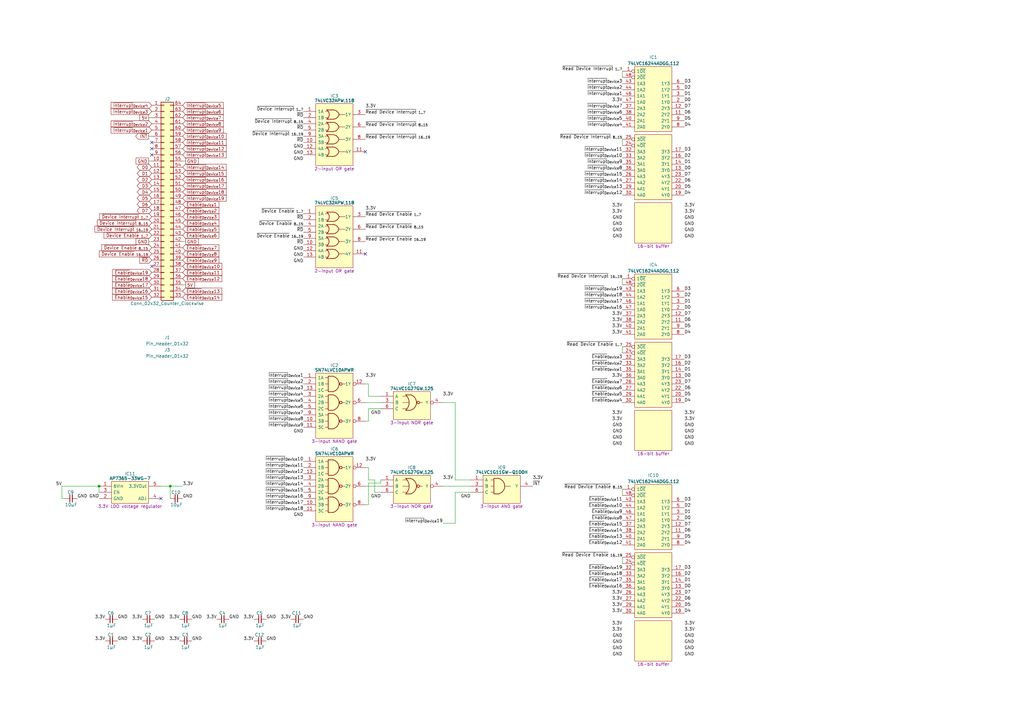
<source format=kicad_sch>
(kicad_sch (version 20231120) (generator "eeschema") (generator_version "8.0")
  (paper "A3")
  (title_block (title "HCP65 Device Interrupts Wide") (date "2024-08-12") (rev "V0"))
  (lib_symbols
    (symbol "Connector_Generic:Conn_02x32_Counter_Clockwise" (pin_names (offset 1.016) hide)
      (property "Reference" "J" (at 1.27 40.64 0))
      (property "Value" "Conn_02x32_Counter_Clockwise" (at 1.27 -43.18 0))
      (symbol "Conn_02x32_Counter_Clockwise_1_1"
        (pin passive line (at -5.08 38.1 0) (length 3.81) (name "Pin_1") (number "1"))
        (pin passive line (at -5.08 15.24 0) (length 3.81) (name "Pin_10") (number "10"))
        (pin passive line (at -5.08 12.7 0) (length 3.81) (name "Pin_11") (number "11"))
        (pin passive line (at -5.08 10.16 0) (length 3.81) (name "Pin_12") (number "12"))
        (pin passive line (at -5.08 7.62 0) (length 3.81) (name "Pin_13") (number "13"))
        (pin passive line (at -5.08 5.08 0) (length 3.81) (name "Pin_14") (number "14"))
        (pin passive line (at -5.08 2.54 0) (length 3.81) (name "Pin_15") (number "15"))
        (pin passive line (at -5.08 0 0) (length 3.81) (name "Pin_16") (number "16"))
        (pin passive line (at -5.08 -2.54 0) (length 3.81) (name "Pin_17") (number "17"))
        (pin passive line (at -5.08 -5.08 0) (length 3.81) (name "Pin_18") (number "18"))
        (pin passive line (at -5.08 -7.62 0) (length 3.81) (name "Pin_19") (number "19"))
        (pin passive line (at -5.08 35.56 0) (length 3.81) (name "Pin_2") (number "2"))
        (pin passive line (at -5.08 -10.16 0) (length 3.81) (name "Pin_20") (number "20"))
        (pin passive line (at -5.08 -12.7 0) (length 3.81) (name "Pin_21") (number "21"))
        (pin passive line (at -5.08 -15.24 0) (length 3.81) (name "Pin_22") (number "22"))
        (pin passive line (at -5.08 -17.78 0) (length 3.81) (name "Pin_23") (number "23"))
        (pin passive line (at -5.08 -20.32 0) (length 3.81) (name "Pin_24") (number "24"))
        (pin passive line (at -5.08 -22.86 0) (length 3.81) (name "Pin_25") (number "25"))
        (pin passive line (at -5.08 -25.4 0) (length 3.81) (name "Pin_26") (number "26"))
        (pin passive line (at -5.08 -27.94 0) (length 3.81) (name "Pin_27") (number "27"))
        (pin passive line (at -5.08 -30.48 0) (length 3.81) (name "Pin_28") (number "28"))
        (pin passive line (at -5.08 -33.02 0) (length 3.81) (name "Pin_29") (number "29"))
        (pin passive line (at -5.08 33.02 0) (length 3.81) (name "Pin_3") (number "3"))
        (pin passive line (at -5.08 -35.56 0) (length 3.81) (name "Pin_30") (number "30"))
        (pin passive line (at -5.08 -38.1 0) (length 3.81) (name "Pin_31") (number "31"))
        (pin passive line (at -5.08 -40.64 0) (length 3.81) (name "Pin_32") (number "32"))
        (pin passive line (at 7.62 -40.64 180) (length 3.81) (name "Pin_33") (number "33"))
        (pin passive line (at 7.62 -38.1 180) (length 3.81) (name "Pin_34") (number "34"))
        (pin passive line (at 7.62 -35.56 180) (length 3.81) (name "Pin_35") (number "35"))
        (pin passive line (at 7.62 -33.02 180) (length 3.81) (name "Pin_36") (number "36"))
        (pin passive line (at 7.62 -30.48 180) (length 3.81) (name "Pin_37") (number "37"))
        (pin passive line (at 7.62 -27.94 180) (length 3.81) (name "Pin_38") (number "38"))
        (pin passive line (at 7.62 -25.4 180) (length 3.81) (name "Pin_39") (number "39"))
        (pin passive line (at -5.08 30.48 0) (length 3.81) (name "Pin_4") (number "4"))
        (pin passive line (at 7.62 -22.86 180) (length 3.81) (name "Pin_40") (number "40"))
        (pin passive line (at 7.62 -20.32 180) (length 3.81) (name "Pin_41") (number "41"))
        (pin passive line (at 7.62 -17.78 180) (length 3.81) (name "Pin_42") (number "42"))
        (pin passive line (at 7.62 -15.24 180) (length 3.81) (name "Pin_43") (number "43"))
        (pin passive line (at 7.62 -12.7 180) (length 3.81) (name "Pin_44") (number "44"))
        (pin passive line (at 7.62 -10.16 180) (length 3.81) (name "Pin_45") (number "45"))
        (pin passive line (at 7.62 -7.62 180) (length 3.81) (name "Pin_46") (number "46"))
        (pin passive line (at 7.62 -5.08 180) (length 3.81) (name "Pin_47") (number "47"))
        (pin passive line (at 7.62 -2.54 180) (length 3.81) (name "Pin_48") (number "48"))
        (pin passive line (at 7.62 0 180) (length 3.81) (name "Pin_49") (number "49"))
        (pin passive line (at -5.08 27.94 0) (length 3.81) (name "Pin_5") (number "5"))
        (pin passive line (at 7.62 2.54 180) (length 3.81) (name "Pin_50") (number "50"))
        (pin passive line (at 7.62 5.08 180) (length 3.81) (name "Pin_51") (number "51"))
        (pin passive line (at 7.62 7.62 180) (length 3.81) (name "Pin_52") (number "52"))
        (pin passive line (at 7.62 10.16 180) (length 3.81) (name "Pin_53") (number "53"))
        (pin passive line (at 7.62 12.7 180) (length 3.81) (name "Pin_54") (number "54"))
        (pin passive line (at 7.62 15.24 180) (length 3.81) (name "Pin_55") (number "55"))
        (pin passive line (at 7.62 17.78 180) (length 3.81) (name "Pin_56") (number "56"))
        (pin passive line (at 7.62 20.32 180) (length 3.81) (name "Pin_57") (number "57"))
        (pin passive line (at 7.62 22.86 180) (length 3.81) (name "Pin_58") (number "58"))
        (pin passive line (at 7.62 25.4 180) (length 3.81) (name "Pin_59") (number "59"))
        (pin passive line (at -5.08 25.4 0) (length 3.81) (name "Pin_6") (number "6"))
        (pin passive line (at 7.62 27.94 180) (length 3.81) (name "Pin_60") (number "60"))
        (pin passive line (at 7.62 30.48 180) (length 3.81) (name "Pin_61") (number "61"))
        (pin passive line (at 7.62 33.02 180) (length 3.81) (name "Pin_62") (number "62"))
        (pin passive line (at 7.62 35.56 180) (length 3.81) (name "Pin_63") (number "63"))
        (pin passive line (at 7.62 38.1 180) (length 3.81) (name "Pin_64") (number "64"))
        (pin passive line (at -5.08 22.86 0) (length 3.81) (name "Pin_7") (number "7"))
        (pin passive line (at -5.08 20.32 0) (length 3.81) (name "Pin_8") (number "8"))
        (pin passive line (at -5.08 17.78 0) (length 3.81) (name "Pin_9") (number "9"))
      )
    )
    (symbol "Diodes_Inc:AP7365-33WG-7" (pin_names (offset 0.762))
      (property "Reference" "IC" (at 12.7 5.08 0))
      (property "Value" "AP7365-33WG-7" (at 12.7 3.175 0))
      (property "Description" "3.3V LDO voltage regulator" (at 12.7 -8.255 0))
      (symbol "AP7365-33WG-7_0_0"
        (pin passive line (at 0 -5.08 0) (length 5.08) (name "GND") (number "2"))
        (pin input line (at 0 -2.54 0) (length 5.08) (name "EN") (number "3"))
        (pin passive line (at 25.4 -5.08 180) (length 5.08) (name "ADJ") (number "4"))
      )
      (symbol "AP7365-33WG-7_1_0"
        (pin passive line (at 0 0 0) (length 5.08) (name "6VIn") (number "1"))
        (pin passive line (at 25.4 0 180) (length 5.08) (name "3.3VOut") (number "5"))
      )
    )
    (symbol "HCP65:C_0805" (pin_numbers hide) (pin_names (offset 0.254) hide)
      (property "Reference" "C" (at 2.286 2.54 0))
      (property "Value" "?μF" (at 2.54 -2.54 0))
      (symbol "C_0805_1_1"
        (pin passive line (at 0 0 0) (length 2.032) (name "~") (number "1"))
        (pin passive line (at 5.08 0 180) (length 2.032) (name "~") (number "2"))
      )
    )
    (symbol "HCP65:Pin_Header_01x32" (pin_names (offset 1.016) hide)
      (property "Reference" "J" (at 0 1.27 0))
      (property "Value" "Pin_Header_01x32" (at 0 -1.27 0))
    )
    (symbol "Nexperia:74LVC16244ADGG,112" (pin_names (offset 0.762))
      (property "Reference" "IC" (at 12.7 5.715 0))
      (property "Value" "74LVC16244ADGG,112" (at 12.7 3.175 0))
      (property "Description" "16-bit buffer" (at 12.7 -71.755 0))
      (symbol "74LVC16244ADGG,112_0_0"
        (pin input inverted (at 0 0 0) (length 5.08) (name "1~{OE}") (number "1"))
        (pin tri_state line (at 25.4 -17.78 180) (length 5.08) (name "2Y2") (number "11"))
        (pin tri_state line (at 25.4 -15.24 180) (length 5.08) (name "2Y3") (number "12"))
        (pin tri_state line (at 25.4 -40.64 180) (length 5.08) (name "3Y0") (number "13"))
        (pin tri_state line (at 25.4 -38.1 180) (length 5.08) (name "3Y1") (number "14"))
        (pin tri_state line (at 25.4 -35.56 180) (length 5.08) (name "3Y2") (number "16"))
        (pin tri_state line (at 25.4 -50.8 180) (length 5.08) (name "4Y0") (number "19"))
        (pin tri_state line (at 25.4 -12.7 180) (length 5.08) (name "1Y0") (number "2"))
        (pin tri_state line (at 25.4 -48.26 180) (length 5.08) (name "4Y1") (number "20"))
        (pin tri_state line (at 25.4 -45.72 180) (length 5.08) (name "4Y2") (number "22"))
        (pin tri_state line (at 25.4 -43.18 180) (length 5.08) (name "4Y3") (number "23"))
        (pin input inverted (at 0 -30.48 0) (length 5.08) (name "4~{OE}") (number "24"))
        (pin input inverted (at 0 -27.94 0) (length 5.08) (name "3~{OE}") (number "25"))
        (pin input line (at 0 -43.18 0) (length 5.08) (name "4A3") (number "26"))
        (pin input line (at 0 -45.72 0) (length 5.08) (name "4A2") (number "27"))
        (pin input line (at 0 -48.26 0) (length 5.08) (name "4A1") (number "29"))
        (pin tri_state line (at 25.4 -10.16 180) (length 5.08) (name "1Y1") (number "3"))
        (pin input line (at 0 -50.8 0) (length 5.08) (name "4A0") (number "30"))
        (pin input line (at 0 -33.02 0) (length 5.08) (name "3A3") (number "32"))
        (pin input line (at 0 -35.56 0) (length 5.08) (name "3A2") (number "33"))
        (pin input line (at 0 -38.1 0) (length 5.08) (name "3A1") (number "35"))
        (pin input line (at 0 -40.64 0) (length 5.08) (name "3A0") (number "36"))
        (pin input line (at 0 -15.24 0) (length 5.08) (name "2A3") (number "37"))
        (pin input line (at 0 -17.78 0) (length 5.08) (name "2A2") (number "38"))
        (pin input line (at 0 -20.32 0) (length 5.08) (name "2A1") (number "40"))
        (pin input line (at 0 -5.08 0) (length 5.08) (name "1A3") (number "43"))
        (pin input line (at 0 -7.62 0) (length 5.08) (name "1A2") (number "44"))
        (pin input line (at 0 -10.16 0) (length 5.08) (name "1A1") (number "46"))
        (pin input line (at 0 -12.7 0) (length 5.08) (name "1A0") (number "47"))
        (pin input inverted (at 0 -2.54 0) (length 5.08) (name "2~{OE}") (number "48"))
        (pin tri_state line (at 25.4 -7.62 180) (length 5.08) (name "1Y2") (number "5"))
        (pin tri_state line (at 25.4 -5.08 180) (length 5.08) (name "1Y3") (number "6"))
        (pin tri_state line (at 25.4 -22.86 180) (length 5.08) (name "2Y0") (number "8"))
        (pin tri_state line (at 25.4 -20.32 180) (length 5.08) (name "2Y1") (number "9"))
      )
      (symbol "74LVC16244ADGG,112_1_0"
        (pin passive line (at 0 -63.5 0) (length 5.08) hide (name "GND") (number "10"))
        (pin passive line (at 0 -66.04 0) (length 5.08) hide (name "GND") (number "15"))
        (pin tri_state line (at 25.4 -33.02 180) (length 5.08) (name "3Y3") (number "17"))
        (pin passive line (at 0 -58.42 0) (length 5.08) hide (name "3V") (number "18"))
        (pin passive line (at 0 -68.58 0) (length 5.08) hide (name "GND") (number "21"))
        (pin passive line (at 25.4 -68.58 180) (length 5.08) hide (name "GND") (number "28"))
        (pin passive line (at 25.4 -58.42 180) (length 5.08) hide (name "3V") (number "31"))
        (pin passive line (at 25.4 -66.04 180) (length 5.08) hide (name "GND") (number "34"))
        (pin passive line (at 25.4 -63.5 180) (length 5.08) hide (name "GND") (number "39"))
        (pin passive line (at 0 -60.96 0) (length 5.08) hide (name "GND") (number "4"))
        (pin input line (at 0 -22.86 0) (length 5.08) (name "2A0") (number "41"))
        (pin passive line (at 25.4 -55.88 180) (length 5.08) hide (name "3V") (number "42"))
        (pin passive line (at 25.4 -60.96 180) (length 5.08) hide (name "GND") (number "45"))
        (pin passive line (at 0 -55.88 0) (length 5.08) hide (name "3V") (number "7"))
      )
    )
    (symbol "Nexperia:74LVC1G11GW-Q100H" (pin_names (offset 0.762))
      (property "Reference" "IC" (at 12.7 5.08 0))
      (property "Value" "74LVC1G11GW-Q100H" (at 12.7 3.175 0))
      (property "Description" "3-input AND gate" (at 12.7 -10.795 0))
      (symbol "74LVC1G11GW-Q100H_0_0"
        (pin input line (at 0 0 0) (length 5.08) (name "A") (number "1"))
        (pin input line (at 0 -2.54 0) (length 5.08) (name "B") (number "3"))
        (pin output line (at 25.4 -2.54 180) (length 5.08) (name "Y") (number "4"))
        (pin input line (at 0 -5.08 0) (length 5.08) (name "C") (number "6"))
      )
      (symbol "74LVC1G11GW-Q100H_1_0"
        (pin passive line (at 0 -7.62 0) (length 5.08) hide (name "GND") (number "2"))
        (pin passive line (at 25.4 0 180) (length 5.08) hide (name "3V") (number "5"))
      )
    )
    (symbol "Nexperia:74LVC1G27GW,125" (pin_names (offset 0.762))
      (property "Reference" "IC" (at 12.7 5.08 0))
      (property "Value" "74LVC1G27GW,125" (at 12.7 3.175 0))
      (property "Description" "3-input NOR gate" (at 12.7 -10.795 0))
      (symbol "74LVC1G27GW,125_0_0"
        (pin input line (at 0 0 0) (length 5.08) (name "A") (number "1"))
        (pin passive line (at 0 -7.62 0) (length 5.08) hide (name "GND") (number "2"))
        (pin input line (at 0 -2.54 0) (length 5.08) (name "B") (number "3"))
        (pin passive line (at 25.4 0 180) (length 5.08) hide (name "3V") (number "5"))
        (pin input line (at 0 -5.08 0) (length 5.08) (name "C") (number "6"))
      )
      (symbol "74LVC1G27GW,125_1_0"
        (pin output inverted (at 25.4 -2.54 180) (length 5.08) (name "Y") (number "4"))
      )
    )
    (symbol "Nexperia:74LVC32APW,118" (pin_names (offset 0.762))
      (property "Reference" "IC" (at 12.7 6.35 0))
      (property "Value" "74LVC32APW,118" (at 12.7 4.445 0))
      (property "Description" "2-input OR gate" (at 12.7 -23.495 0))
      (symbol "74LVC32APW,118_0_0"
        (pin passive line (at 0 0 0) (length 5.08) (name "1A") (number "1"))
        (pin passive line (at 0 -12.7 0) (length 5.08) (name "3B") (number "10"))
        (pin passive line (at 25.4 -16.51 180) (length 5.08) (name "4Y") (number "11"))
        (pin passive line (at 0 -15.24 0) (length 5.08) (name "4A") (number "12"))
        (pin passive line (at 0 -17.78 0) (length 5.08) (name "4B") (number "13"))
        (pin passive line (at 25.4 1.27 180) (length 5.08) hide (name "3V") (number "14"))
        (pin passive line (at 0 -2.54 0) (length 5.08) (name "1B") (number "2"))
        (pin passive line (at 25.4 -1.27 180) (length 5.08) (name "1Y") (number "3"))
        (pin passive line (at 0 -5.08 0) (length 5.08) (name "2A") (number "4"))
        (pin passive line (at 0 -7.62 0) (length 5.08) (name "2B") (number "5"))
        (pin passive line (at 25.4 -6.35 180) (length 5.08) (name "2Y") (number "6"))
        (pin passive line (at 0 -20.32 0) (length 5.08) hide (name "GND") (number "7"))
        (pin passive line (at 25.4 -11.43 180) (length 5.08) (name "3Y") (number "8"))
        (pin passive line (at 0 -10.16 0) (length 5.08) (name "3A") (number "9"))
      )
    )
    (symbol "Texas_Instruments:SN74LVC10APWR" (pin_names (offset 0.762))
      (property "Reference" "IC" (at 12.7 5.08 0))
      (property "Value" "SN74LVC10APWR" (at 12.7 3.175 0))
      (property "Description" "3-input NAND gate" (at 12.7 -26.035 0))
      (symbol "SN74LVC10APWR_0_0"
        (pin input line (at 0 0 0) (length 5.08) (name "1A") (number "1"))
        (pin input line (at 0 -17.78 0) (length 5.08) (name "3B") (number "10"))
        (pin input line (at 0 -20.32 0) (length 5.08) (name "3C") (number "11"))
        (pin input line (at 0 -5.08 0) (length 5.08) (name "1C") (number "13"))
        (pin input line (at 0 -2.54 0) (length 5.08) (name "1B") (number "2"))
        (pin input line (at 0 -7.62 0) (length 5.08) (name "2A") (number "3"))
        (pin input line (at 0 -10.16 0) (length 5.08) (name "2B") (number "4"))
        (pin input line (at 0 -12.7 0) (length 5.08) (name "2C") (number "5"))
        (pin input line (at 0 -15.24 0) (length 5.08) (name "3A") (number "9"))
      )
      (symbol "SN74LVC10APWR_1_0"
        (pin output inverted (at 25.4 -2.54 180) (length 5.08) (name "1Y") (number "12"))
        (pin passive line (at 25.4 0 180) (length 5.08) hide (name "3V") (number "14"))
        (pin output inverted (at 25.4 -10.16 180) (length 5.08) (name "2Y") (number "6"))
        (pin passive line (at 0 -22.86 0) (length 5.08) hide (name "GND") (number "7"))
        (pin output inverted (at 25.4 -17.78 180) (length 5.08) (name "3Y") (number "8"))
      )
    )
  )
  (junction (at 69.85 199.39))
  (junction (at 40.64 199.39))
  (no_connect (at 149.86 104.14))
  (no_connect (at 62.23 58.42))
  (no_connect (at 62.23 63.5))
  (no_connect (at 62.23 109.22))
  (no_connect (at 62.23 60.96))
  (no_connect (at 66.04 204.47))
  (no_connect (at 149.86 62.23))
  (wire (pts (xy 181.61 214.63) (xy 186.69 214.63)))
  (wire (pts (xy 151.13 162.56) (xy 156.21 162.56)))
  (wire (pts (xy 151.13 196.85) (xy 153.67 196.85)))
  (wire (pts (xy 151.13 157.48) (xy 151.13 162.56)))
  (wire (pts (xy 60.96 66.04) (xy 62.23 66.04)))
  (wire (pts (xy 153.67 196.85) (xy 153.67 201.93)))
  (wire (pts (xy 76.2 66.04) (xy 74.93 66.04)))
  (wire (pts (xy 40.64 199.39) (xy 40.64 201.93)))
  (wire (pts (xy 255.27 114.3) (xy 255.27 116.84)))
  (wire (pts (xy 255.27 200.66) (xy 255.27 203.2)))
  (wire (pts (xy 149.86 165.1) (xy 156.21 165.1)))
  (wire (pts (xy 186.69 196.85) (xy 193.04 196.85)))
  (wire (pts (xy 25.4 199.39) (xy 25.4 204.47)))
  (wire (pts (xy 186.69 201.93) (xy 186.69 214.63)))
  (wire (pts (xy 76.2 116.84) (xy 74.93 116.84)))
  (wire (pts (xy 255.27 57.15) (xy 255.27 59.69)))
  (wire (pts (xy 76.2 99.06) (xy 74.93 99.06)))
  (wire (pts (xy 151.13 172.72) (xy 149.86 172.72)))
  (wire (pts (xy 66.04 199.39) (xy 69.85 199.39)))
  (wire (pts (xy 60.96 55.88) (xy 62.23 55.88)))
  (wire (pts (xy 69.85 204.47) (xy 69.85 199.39)))
  (wire (pts (xy 149.86 199.39) (xy 156.21 199.39)))
  (wire (pts (xy 255.27 142.24) (xy 255.27 144.78)))
  (wire (pts (xy 181.61 165.1) (xy 186.69 165.1)))
  (wire (pts (xy 60.96 99.06) (xy 62.23 99.06)))
  (wire (pts (xy 151.13 167.64) (xy 151.13 172.72)))
  (wire (pts (xy 151.13 191.77) (xy 151.13 196.85)))
  (wire (pts (xy 153.67 201.93) (xy 156.21 201.93)))
  (wire (pts (xy 149.86 191.77) (xy 151.13 191.77)))
  (wire (pts (xy 186.69 201.93) (xy 193.04 201.93)))
  (wire (pts (xy 255.27 228.6) (xy 255.27 231.14)))
  (wire (pts (xy 186.69 165.1) (xy 186.69 196.85)))
  (wire (pts (xy 156.21 167.64) (xy 151.13 167.64)))
  (wire (pts (xy 151.13 207.01) (xy 149.86 207.01)))
  (wire (pts (xy 151.13 198.12) (xy 151.13 207.01)))
  (wire (pts (xy 181.61 199.39) (xy 193.04 199.39)))
  (wire (pts (xy 255.27 29.21) (xy 255.27 31.75)))
  (wire (pts (xy 25.4 199.39) (xy 40.64 199.39)))
  (wire (pts (xy 149.86 157.48) (xy 151.13 157.48)))
  (wire (pts (xy 69.85 199.39) (xy 74.93 199.39)))
  (wire (pts (xy 25.4 204.47) (xy 26.67 204.47)))
  (wire (pts (xy 60.96 48.26) (xy 62.23 48.26)))
  (wire (pts (xy 156.21 196.85) (xy 156.21 198.12)))
  (wire (pts (xy 156.21 198.12) (xy 151.13 198.12)))
  (label "GND" (at 31.75 204.47 0))
  (label "GND" (at 255.27 92.71 180))
  (label "3.3V" (at 73.66 262.89 180))
  (label "~{Read Device Enable}_{ 8..15}" (at 149.86 93.98 0))
  (label "GND" (at 109.22 254 0))
  (label "~{Interrupt}_{Device}6" (at 124.46 167.64 180))
  (label "~{Enable}_{Device}2" (at 255.27 149.86 180))
  (label "GND" (at 255.27 95.25 180))
  (label "GND" (at 255.27 261.62 180))
  (label "GND" (at 124.46 212.09 180))
  (label "~{Interrupt}_{Device}3" (at 255.27 34.29 180))
  (label "3.3V" (at 255.27 248.92 180))
  (label "~{Read Device Enable}_{ 8..15}" (at 255.27 200.66 180))
  (label "D0" (at 280.67 213.36 0))
  (label "GND" (at 280.67 95.25 0))
  (label "GND" (at 255.27 180.34 180))
  (label "3.3V" (at 43.18 262.89 180))
  (label "3.3V" (at 255.27 154.94 180))
  (label "~{Enable}_{Device}19" (at 255.27 233.68 180))
  (label "~{Interrupt}_{Device}14" (at 255.27 74.93 180))
  (label "3.3V" (at 280.67 172.72 0))
  (label "GND" (at 255.27 175.26 180))
  (label "GND" (at 93.98 254 0))
  (label "~{Enable}_{Device}1" (at 255.27 152.4 180))
  (label "~{Enable}_{Device}5" (at 255.27 162.56 180))
  (label "D0" (at 280.67 69.85 0))
  (label "~{Interrupt}_{Device}17" (at 124.46 207.01 180))
  (label "D5" (at 280.67 49.53 0))
  (label "GND" (at 124.46 254 0))
  (label "GND" (at 255.27 177.8 180))
  (label "3.3V" (at 73.66 254 180))
  (label "~{Interrupt}_{Device}2" (at 255.27 36.83 180))
  (label "GND" (at 255.27 182.88 180))
  (label "~{Interrupt}_{Device}5" (at 255.27 49.53 180))
  (label "~{Interrupt}_{Device}8" (at 124.46 172.72 180))
  (label "~{Read Device Interrupt}_{ 8..15}" (at 255.27 57.15 180))
  (label "D5" (at 280.67 134.62 0))
  (label "GND" (at 280.67 90.17 0))
  (label "D6" (at 280.67 246.38 0))
  (label "3.3V" (at 255.27 251.46 180))
  (label "3.3V" (at 255.27 172.72 180))
  (label "D6" (at 280.67 160.02 0))
  (label "~{Enable}_{Device}12" (at 255.27 223.52 180))
  (label "~{Interrupt}_{Device}11" (at 255.27 62.23 180))
  (label "3.3V" (at 255.27 259.08 180))
  (label "D6" (at 280.67 132.08 0))
  (label "~{Enable}_{Device}10" (at 255.27 208.28 180))
  (label "3.3V" (at 149.86 86.36 0))
  (label "~{Device Interrupt}_{ 16..19}" (at 124.46 55.88 180))
  (label "D4" (at 280.67 137.16 0))
  (label "~{Interrupt}_{Device}6" (at 255.27 46.99 180))
  (label "3.3V" (at 255.27 170.18 180))
  (label "~{Interrupt}_{Device}8" (at 255.27 69.85 180))
  (label "~{Interrupt}_{Device}13" (at 124.46 196.85 180))
  (label "~{Interrupt}_{Device}16" (at 255.27 127 180))
  (label "GND" (at 124.46 105.41 180))
  (label "3.3V" (at 280.67 85.09 0))
  (label "GND" (at 280.67 269.24 0))
  (label "D3" (at 280.67 233.68 0))
  (label "D5" (at 280.67 248.92 0))
  (label "~{Interrupt}_{Device}3" (at 124.46 160.02 180))
  (label "~{INT}" (at 218.44 199.39 0))
  (label "~{Read Device Enable}_{ 1..7}" (at 149.86 88.9 0))
  (label "3.3V" (at 280.67 87.63 0))
  (label "~{Enable}_{Device}7" (at 255.27 157.48 180))
  (label "~{Enable}_{Device}13" (at 255.27 220.98 180))
  (label "3.3V" (at 255.27 243.84 180))
  (label "~{Interrupt}_{Device}12" (at 255.27 80.01 180))
  (label "3.3V" (at 149.86 189.23 0))
  (label "GND" (at 280.67 175.26 0))
  (label "~{Enable}_{Device}8" (at 255.27 213.36 180))
  (label "GND" (at 280.67 180.34 0))
  (label "~{Read Device Interrupt}_{ 16..19}" (at 255.27 114.3 180))
  (label "~{Device Enable}_{ 1..7}" (at 124.46 87.63 180))
  (label "~{Read Device Interrupt}_{ 16..19}" (at 149.86 57.15 0))
  (label "3.3V" (at 255.27 132.08 180))
  (label "GND" (at 124.46 107.95 180))
  (label "~{Interrupt}_{Device}19" (at 255.27 119.38 180))
  (label "~{Interrupt}_{Device}18" (at 255.27 121.92 180))
  (label "~{Enable}_{Device}9" (at 255.27 210.82 180))
  (label "~{Interrupt}_{Device}19" (at 181.61 214.63 180))
  (label "3.3V" (at 58.42 254 180))
  (label "GND" (at 124.46 102.87 180))
  (label "D4" (at 280.67 251.46 0))
  (label "~{Read Device Enable}_{ 1..7}" (at 255.27 142.24 180))
  (label "~{Interrupt}_{Device}17" (at 255.27 124.46 180))
  (label "~{Interrupt}_{Device}1" (at 124.46 154.94 180))
  (label "~{Enable}_{Device}14" (at 255.27 218.44 180))
  (label "D5" (at 280.67 77.47 0))
  (label "~{RD}" (at 124.46 48.26 180))
  (label "3.3V" (at 255.27 134.62 180))
  (label "D1" (at 280.67 67.31 0))
  (label "D2" (at 280.67 64.77 0))
  (label "~{Enable}_{Device}6" (at 255.27 160.02 180))
  (label "D5" (at 280.67 162.56 0))
  (label "~{Read Device Interrupt}_{ 8..15}" (at 149.86 52.07 0))
  (label "~{Enable}_{Device}11" (at 255.27 205.74 180))
  (label "3.3V" (at 74.93 199.39 0))
  (label "~{Interrupt}_{Device}10" (at 255.27 64.77 180))
  (label "D0" (at 280.67 154.94 0))
  (label "~{Read Device Enable}_{ 16..19}" (at 255.27 228.6 180))
  (label "3.3V" (at 255.27 41.91 180))
  (label "GND" (at 280.67 177.8 0))
  (label "~{Interrupt}_{Device}9" (at 255.27 67.31 180))
  (label "D0" (at 280.67 241.3 0))
  (label "D3" (at 280.67 119.38 0))
  (label "D0" (at 280.67 41.91 0))
  (label "GND" (at 156.21 170.18 180))
  (label "~{Interrupt}_{Device}10" (at 124.46 189.23 180))
  (label "3.3V" (at 255.27 87.63 180))
  (label "GND" (at 124.46 66.04 180))
  (label "D1" (at 280.67 39.37 0))
  (label "D2" (at 280.67 236.22 0))
  (label "~{Interrupt}_{Device}15" (at 255.27 72.39 180))
  (label "GND" (at 109.22 262.89 0))
  (label "D2" (at 280.67 36.83 0))
  (label "~{Interrupt}_{Device}16" (at 124.46 204.47 180))
  (label "~{Interrupt}_{Device}11" (at 124.46 191.77 180))
  (label "3.3V" (at 43.18 254 180))
  (label "3.3V" (at 58.42 262.89 180))
  (label "3.3V" (at 280.67 259.08 0))
  (label "GND" (at 78.74 254 0))
  (label "D4" (at 280.67 80.01 0))
  (label "5V" (at 25.4 199.39 180))
  (label "GND" (at 193.04 204.47 180))
  (label "~{Device Enable}_{ 16..19}" (at 124.46 97.79 180))
  (label "~{Read Device Interrupt}_{ 1..7}" (at 149.86 46.99 0))
  (label "D3" (at 280.67 205.74 0))
  (label "~{Device Enable}_{ 8..15}" (at 124.46 92.71 180))
  (label "3.3V" (at 104.14 254 180))
  (label "~{Interrupt}_{Device}15" (at 124.46 201.93 180))
  (label "D7" (at 280.67 215.9 0))
  (label "D3" (at 280.67 62.23 0))
  (label "~{Interrupt}_{Device}4" (at 124.46 162.56 180))
  (label "~{Enable}_{Device}3" (at 255.27 147.32 180))
  (label "~{Enable}_{Device}17" (at 255.27 238.76 180))
  (label "~{Device Interrupt}_{ 8..15}" (at 124.46 50.8 180))
  (label "~{Interrupt}_{Device}14" (at 124.46 199.39 180))
  (label "D4" (at 280.67 165.1 0))
  (label "~{Interrupt}_{Device}13" (at 255.27 77.47 180))
  (label "GND" (at 48.26 254 0))
  (label "D0" (at 280.67 127 0))
  (label "GND" (at 124.46 177.8 180))
  (label "D6" (at 280.67 218.44 0))
  (label "D7" (at 280.67 129.54 0))
  (label "D6" (at 280.67 74.93 0))
  (label "~{Device Interrupt}_{ 1..7}" (at 124.46 45.72 180))
  (label "D2" (at 280.67 149.86 0))
  (label "3.3V" (at 255.27 129.54 180))
  (label "3.3V" (at 104.14 262.89 180))
  (label "~{Interrupt}_{Device}1" (at 255.27 39.37 180))
  (label "GND" (at 124.46 63.5 180))
  (label "GND" (at 255.27 97.79 180))
  (label "3.3V" (at 255.27 246.38 180))
  (label "~{RD}" (at 124.46 53.34 180))
  (label "D2" (at 280.67 121.92 0))
  (label "~{Read Device Interrupt}_{ 1..7}" (at 255.27 29.21 180))
  (label "~{Enable}_{Device}4" (at 255.27 165.1 180))
  (label "D1" (at 280.67 238.76 0))
  (label "D3" (at 280.67 147.32 0))
  (label "GND" (at 156.21 204.47 180))
  (label "D1" (at 280.67 210.82 0))
  (label "~{Interrupt}_{Device}4" (at 255.27 52.07 180))
  (label "GND" (at 280.67 261.62 0))
  (label "GND" (at 280.67 264.16 0))
  (label "3.3V" (at 119.38 254 180))
  (label "GND" (at 255.27 264.16 180))
  (label "D7" (at 280.67 243.84 0))
  (label "D3" (at 280.67 34.29 0))
  (label "GND" (at 48.26 262.89 0))
  (label "3.3V" (at 218.44 196.85 0))
  (label "D6" (at 280.67 46.99 0))
  (label "~{RD}" (at 124.46 95.25 180))
  (label "GND" (at 280.67 97.79 0))
  (label "D4" (at 280.67 52.07 0))
  (label "3.3V" (at 88.9 254 180))
  (label "~{Interrupt}_{Device}18" (at 124.46 209.55 180))
  (label "GND" (at 280.67 182.88 0))
  (label "D1" (at 280.67 152.4 0))
  (label "3.3V" (at 280.67 256.54 0))
  (label "D1" (at 280.67 124.46 0))
  (label "3.3V" (at 255.27 85.09 180))
  (label "GND" (at 255.27 269.24 180))
  (label "~{Interrupt}_{Device}12" (at 124.46 194.31 180))
  (label "3.3V" (at 280.67 170.18 0))
  (label "D7" (at 280.67 44.45 0))
  (label "~{RD}" (at 124.46 58.42 180))
  (label "GND" (at 63.5 262.89 0))
  (label "D4" (at 280.67 223.52 0))
  (label "D2" (at 280.67 208.28 0))
  (label "GND" (at 255.27 90.17 180))
  (label "3.3V" (at 181.61 196.85 0))
  (label "GND" (at 74.93 204.47 0))
  (label "D5" (at 280.67 220.98 0))
  (label "~{Interrupt}_{Device}5" (at 124.46 165.1 180))
  (label "~{RD}" (at 124.46 90.17 180))
  (label "GND" (at 40.64 204.47 180))
  (label "~{Read Device Enable}_{ 16..19}" (at 149.86 99.06 0))
  (label "3.3V" (at 149.86 154.94 0))
  (label "3.3V" (at 255.27 137.16 180))
  (label "GND" (at 63.5 254 0))
  (label "GND" (at 124.46 60.96 180))
  (label "3.3V" (at 255.27 256.54 180))
  (label "~{Enable}_{Device}15" (at 255.27 215.9 180))
  (label "~{Interrupt}_{Device}2" (at 124.46 157.48 180))
  (label "~{Interrupt}_{Device}7" (at 124.46 170.18 180))
  (label "D7" (at 280.67 157.48 0))
  (label "GND" (at 78.74 262.89 0))
  (label "GND" (at 255.27 266.7 180))
  (label "~{Interrupt}_{Device}7" (at 255.27 44.45 180))
  (label "GND" (at 280.67 92.71 0))
  (label "~{RD}" (at 124.46 100.33 180))
  (label "~{Enable}_{Device}18" (at 255.27 236.22 180))
  (label "3.3V" (at 181.61 162.56 0))
  (label "~{Enable}_{Device}16" (at 255.27 241.3 180))
  (label "3.3V" (at 149.86 44.45 0))
  (label "GND" (at 280.67 266.7 0))
  (label "D7" (at 280.67 72.39 0))
  (label "~{Interrupt}_{Device}9" (at 124.46 175.26 180))
  (global_label "~{Interrupt}_{Device}6" (shape input) (at 74.93 45.72 0) (property "Intersheetrefs" "${INTERSHEET_REFS}" (effects (hide yes))))
  (global_label "~{Interrupt}_{Device}18" (shape input) (at 74.93 78.74 0) (property "Intersheetrefs" "${INTERSHEET_REFS}" (effects (hide yes))))
  (global_label "~{Enable}_{Device}13" (shape input) (at 74.93 119.38 0) (property "Intersheetrefs" "${INTERSHEET_REFS}" (effects (hide yes))))
  (global_label "~{Device Interrupt}_{ 8..15}" (shape input) (at 62.23 91.44 180) (property "Intersheetrefs" "${INTERSHEET_REFS}" (effects (hide yes))))
  (global_label "~{Enable}_{Device}9" (shape input) (at 74.93 106.68 0) (property "Intersheetrefs" "${INTERSHEET_REFS}" (effects (hide yes))))
  (global_label "~{Interrupt}_{Device}16" (shape input) (at 74.93 73.66 0) (property "Intersheetrefs" "${INTERSHEET_REFS}" (effects (hide yes))))
  (global_label "5V" (shape passive) (at 76.2 116.84 0) (property "Intersheetrefs" "${INTERSHEET_REFS}" (effects (hide yes))))
  (global_label "~{Interrupt}_{Device}15" (shape input) (at 74.93 71.12 0) (property "Intersheetrefs" "${INTERSHEET_REFS}" (effects (hide yes))))
  (global_label "GND" (shape passive) (at 76.2 66.04 0) (property "Intersheetrefs" "${INTERSHEET_REFS}" (effects (hide yes))))
  (global_label "~{Enable}_{Device}2" (shape input) (at 74.93 86.36 0) (property "Intersheetrefs" "${INTERSHEET_REFS}" (effects (hide yes))))
  (global_label "~{Interrupt}_{Device}3" (shape input) (at 62.23 45.72 180) (property "Intersheetrefs" "${INTERSHEET_REFS}" (effects (hide yes))))
  (global_label "~{Enable}_{Device}19" (shape input) (at 62.23 111.76 180) (property "Intersheetrefs" "${INTERSHEET_REFS}" (effects (hide yes))))
  (global_label "~{Device Interrupt}_{ 1..7}" (shape input) (at 62.23 88.9 180) (property "Intersheetrefs" "${INTERSHEET_REFS}" (effects (hide yes))))
  (global_label "~{Interrupt}_{Device}12" (shape input) (at 74.93 60.96 0) (property "Intersheetrefs" "${INTERSHEET_REFS}" (effects (hide yes))))
  (global_label "~{Device Interrupt}_{ 16..19}" (shape input) (at 62.23 93.98 180) (property "Intersheetrefs" "${INTERSHEET_REFS}" (effects (hide yes))))
  (global_label "~{Interrupt}_{Device}4" (shape input) (at 62.23 43.18 180) (property "Intersheetrefs" "${INTERSHEET_REFS}" (effects (hide yes))))
  (global_label "~{Interrupt}_{Device}17" (shape input) (at 74.93 76.2 0) (property "Intersheetrefs" "${INTERSHEET_REFS}" (effects (hide yes))))
  (global_label "~{Enable}_{Device}3" (shape input) (at 74.93 88.9 0) (property "Intersheetrefs" "${INTERSHEET_REFS}" (effects (hide yes))))
  (global_label "~{Device Enable}_{ 1..7}" (shape input) (at 62.23 96.52 180) (property "Intersheetrefs" "${INTERSHEET_REFS}" (effects (hide yes))))
  (global_label "D3" (shape tri_state) (at 62.23 76.2 180) (property "Intersheetrefs" "${INTERSHEET_REFS}" (effects (hide yes))))
  (global_label "~{Interrupt}_{Device}8" (shape input) (at 74.93 50.8 0) (property "Intersheetrefs" "${INTERSHEET_REFS}" (effects (hide yes))))
  (global_label "D6" (shape tri_state) (at 62.23 83.82 180) (property "Intersheetrefs" "${INTERSHEET_REFS}" (effects (hide yes))))
  (global_label "~{Enable}_{Device}7" (shape input) (at 74.93 101.6 0) (property "Intersheetrefs" "${INTERSHEET_REFS}" (effects (hide yes))))
  (global_label "GND" (shape passive) (at 60.96 66.04 180) (property "Intersheetrefs" "${INTERSHEET_REFS}" (effects (hide yes))))
  (global_label "~{Interrupt}_{Device}19" (shape input) (at 74.93 81.28 0) (property "Intersheetrefs" "${INTERSHEET_REFS}" (effects (hide yes))))
  (global_label "~{Enable}_{Device}12" (shape input) (at 74.93 114.3 0) (property "Intersheetrefs" "${INTERSHEET_REFS}" (effects (hide yes))))
  (global_label "~{Interrupt}_{Device}10" (shape input) (at 74.93 55.88 0) (property "Intersheetrefs" "${INTERSHEET_REFS}" (effects (hide yes))))
  (global_label "~{Enable}_{Device}17" (shape input) (at 62.23 116.84 180) (property "Intersheetrefs" "${INTERSHEET_REFS}" (effects (hide yes))))
  (global_label "~{Enable}_{Device}15" (shape input) (at 62.23 121.92 180) (property "Intersheetrefs" "${INTERSHEET_REFS}" (effects (hide yes))))
  (global_label "~{Device Enable}_{ 16..19}" (shape input) (at 62.23 104.14 180) (property "Intersheetrefs" "${INTERSHEET_REFS}" (effects (hide yes))))
  (global_label "GND" (shape passive) (at 60.96 99.06 180) (property "Intersheetrefs" "${INTERSHEET_REFS}" (effects (hide yes))))
  (global_label "D7" (shape tri_state) (at 62.23 86.36 180) (property "Intersheetrefs" "${INTERSHEET_REFS}" (effects (hide yes))))
  (global_label "~{Interrupt}_{Device}13" (shape input) (at 74.93 63.5 0) (property "Intersheetrefs" "${INTERSHEET_REFS}" (effects (hide yes))))
  (global_label "~{INT}" (shape output) (at 60.96 55.88 180) (property "Intersheetrefs" "${INTERSHEET_REFS}" (effects (hide yes))))
  (global_label "5V" (shape passive) (at 60.96 48.26 180) (property "Intersheetrefs" "${INTERSHEET_REFS}" (effects (hide yes))))
  (global_label "~{Interrupt}_{Device}7" (shape input) (at 74.93 48.26 0) (property "Intersheetrefs" "${INTERSHEET_REFS}" (effects (hide yes))))
  (global_label "~{Enable}_{Device}6" (shape input) (at 74.93 96.52 0) (property "Intersheetrefs" "${INTERSHEET_REFS}" (effects (hide yes))))
  (global_label "D2" (shape tri_state) (at 62.23 73.66 180) (property "Intersheetrefs" "${INTERSHEET_REFS}" (effects (hide yes))))
  (global_label "~{Interrupt}_{Device}2" (shape input) (at 62.23 50.8 180) (property "Intersheetrefs" "${INTERSHEET_REFS}" (effects (hide yes))))
  (global_label "D5" (shape tri_state) (at 62.23 81.28 180) (property "Intersheetrefs" "${INTERSHEET_REFS}" (effects (hide yes))))
  (global_label "~{Enable}_{Device}14" (shape input) (at 74.93 121.92 0) (property "Intersheetrefs" "${INTERSHEET_REFS}" (effects (hide yes))))
  (global_label "~{Enable}_{Device}4" (shape input) (at 74.93 91.44 0) (property "Intersheetrefs" "${INTERSHEET_REFS}" (effects (hide yes))))
  (global_label "~{Enable}_{Device}1" (shape input) (at 74.93 83.82 0) (property "Intersheetrefs" "${INTERSHEET_REFS}" (effects (hide yes))))
  (global_label "GND" (shape passive) (at 76.2 99.06 0) (property "Intersheetrefs" "${INTERSHEET_REFS}" (effects (hide yes))))
  (global_label "~{Interrupt}_{Device}9" (shape input) (at 74.93 53.34 0) (property "Intersheetrefs" "${INTERSHEET_REFS}" (effects (hide yes))))
  (global_label "D0" (shape tri_state) (at 62.23 68.58 180) (property "Intersheetrefs" "${INTERSHEET_REFS}" (effects (hide yes))))
  (global_label "~{Interrupt}_{Device}14" (shape input) (at 74.93 68.58 0) (property "Intersheetrefs" "${INTERSHEET_REFS}" (effects (hide yes))))
  (global_label "~{Enable}_{Device}8" (shape input) (at 74.93 104.14 0) (property "Intersheetrefs" "${INTERSHEET_REFS}" (effects (hide yes))))
  (global_label "~{Enable}_{Device}5" (shape input) (at 74.93 93.98 0) (property "Intersheetrefs" "${INTERSHEET_REFS}" (effects (hide yes))))
  (global_label "~{Interrupt}_{Device}1" (shape input) (at 62.23 53.34 180) (property "Intersheetrefs" "${INTERSHEET_REFS}" (effects (hide yes))))
  (global_label "~{Enable}_{Device}18" (shape input) (at 62.23 114.3 180) (property "Intersheetrefs" "${INTERSHEET_REFS}" (effects (hide yes))))
  (global_label "~{Enable}_{Device}10" (shape input) (at 74.93 109.22 0) (property "Intersheetrefs" "${INTERSHEET_REFS}" (effects (hide yes))))
  (global_label "D4" (shape tri_state) (at 62.23 78.74 180) (property "Intersheetrefs" "${INTERSHEET_REFS}" (effects (hide yes))))
  (global_label "~{Interrupt}_{Device}5" (shape input) (at 74.93 43.18 0) (property "Intersheetrefs" "${INTERSHEET_REFS}" (effects (hide yes))))
  (global_label "~{RD}" (shape input) (at 62.23 106.68 180) (property "Intersheetrefs" "${INTERSHEET_REFS}" (effects (hide yes))))
  (global_label "~{Enable}_{Device}11" (shape input) (at 74.93 111.76 0) (property "Intersheetrefs" "${INTERSHEET_REFS}" (effects (hide yes))))
  (global_label "~{Interrupt}_{Device}11" (shape input) (at 74.93 58.42 0) (property "Intersheetrefs" "${INTERSHEET_REFS}" (effects (hide yes))))
  (global_label "D1" (shape tri_state) (at 62.23 71.12 180) (property "Intersheetrefs" "${INTERSHEET_REFS}" (effects (hide yes))))
  (global_label "~{Device Enable}_{ 8..15}" (shape input) (at 62.23 101.6 180) (property "Intersheetrefs" "${INTERSHEET_REFS}" (effects (hide yes))))
  (global_label "~{Enable}_{Device}16" (shape input) (at 62.23 119.38 180) (property "Intersheetrefs" "${INTERSHEET_REFS}" (effects (hide yes))))
  (symbol (lib_id "Nexperia:74LVC16244ADGG,112") (at 255.27 200.66 0) (unit 1)
    (property "Reference" "IC10" (at 267.97 194.945 0))
    (property "Value" "74LVC16244ADGG,112" (at 267.97 197.485 0) (effects (font (bold yes))))
    (property "Footprint" "SamacSys_Parts:74LVC16244ADGG112" (effects (hide yes)))
    (property "Datasheet" "https://assets.nexperia.com/documents/data-sheet/74LVC_LVCH16244A.pdf" (effects (hide yes)))
    (property "Description" "16-bit buffer" (at 267.97 272.415 0))
    (property "Height" "1.2" (effects (hide yes)))
    (property "Manufacturer_Name" "Nexperia" (effects (hide yes)))
    (property "Manufacturer_Part_Number" "74LVC16244ADGG,112" (effects (hide yes)))
    (property "Mouser Part Number" "771-74LVC16244DG" (effects (hide yes)))
    (property "Mouser Price/Stock" "https://www.mouser.co.uk/ProductDetail/Nexperia/74LVC16244ADGG112?qs=qAI9lz2tHCO4%252BdMkKmxvXA%3D%3D" (effects (hide yes)))
    (property "Silkscreen" "74LVC16244" (effects (hide yes)))
  )
  (symbol (lib_id "Nexperia:74LVC16244ADGG,112") (at 255.27 29.21 0) (unit 1)
    (property "Reference" "IC1" (at 267.97 23.495 0))
    (property "Value" "74LVC16244ADGG,112" (at 267.97 26.035 0) (effects (font (bold yes))))
    (property "Footprint" "SamacSys_Parts:74LVC16244ADGG112" (effects (hide yes)))
    (property "Datasheet" "https://assets.nexperia.com/documents/data-sheet/74LVC_LVCH16244A.pdf" (effects (hide yes)))
    (property "Description" "16-bit buffer" (at 267.97 100.965 0))
    (property "Height" "1.2" (effects (hide yes)))
    (property "Manufacturer_Name" "Nexperia" (effects (hide yes)))
    (property "Manufacturer_Part_Number" "74LVC16244ADGG,112" (effects (hide yes)))
    (property "Mouser Part Number" "771-74LVC16244DG" (effects (hide yes)))
    (property "Mouser Price/Stock" "https://www.mouser.co.uk/ProductDetail/Nexperia/74LVC16244ADGG112?qs=qAI9lz2tHCO4%252BdMkKmxvXA%3D%3D" (effects (hide yes)))
    (property "Silkscreen" "74LVC16244" (effects (hide yes)))
  )
  (symbol (lib_id "HCP65:C_0805") (at 73.66 262.89 0) (unit 1)
    (property "Reference" "C3" (at 75.946 260.35 0))
    (property "Value" "1μF" (at 76.2 265.43 0))
    (property "Footprint" "SamacSys_Parts:C_0805" (effects (hide yes)))
  )
  (symbol (lib_id "Texas_Instruments:SN74LVC10APWR") (at 124.46 154.94 0) (unit 1)
    (property "Reference" "IC2" (at 137.16 149.86 0))
    (property "Value" "SN74LVC10APWR" (at 137.16 151.765 0) (effects (font (bold yes))))
    (property "Footprint" "SamacSys_Parts:SOP65P640X120-14N" (effects (hide yes)))
    (property "Datasheet" "http://www.ti.com/lit/gpn/sn74lvc10a" (effects (hide yes)))
    (property "Description" "3-input NAND gate" (at 137.16 180.975 0))
    (property "Height" "1.2" (effects (hide yes)))
    (property "Manufacturer_Name" "Texas Instruments" (effects (hide yes)))
    (property "Manufacturer_Part_Number" "SN74LVC10APWR" (effects (hide yes)))
    (property "Mouser Part Number" "595-SN74LVC10APWR" (effects (hide yes)))
    (property "Mouser Price/Stock" "https://www.mouser.com/Search/Refine.aspx?Keyword=595-SN74LVC10APWR" (effects (hide yes)))
    (property "Silkscreen" "74LVC10" (effects (hide yes)))
    (property "Garbage" "Triple 3-Input Positive-NAND Gate" (effects (hide yes)))
  )
  (symbol (lib_id "HCP65:C_0805") (at 26.67 204.47 0) (unit 1)
    (property "Reference" "C9" (at 28.956 201.93 0))
    (property "Value" "10μF" (at 29.21 207.01 0))
    (property "Footprint" "SamacSys_Parts:C_0805" (effects (hide yes)))
  )
  (symbol (lib_id "Connector_Generic:Conn_02x32_Counter_Clockwise") (at 67.31 81.28 0) (unit 1)
    (property "Reference" "J2" (at 68.58 40.64 0))
    (property "Value" "Conn_02x32_Counter_Clockwise" (at 68.58 124.46 0))
    (property "Footprint" "SamacSys_Parts:DIP-64_Board_W22.86mm" (effects (hide yes)))
    (property "Description" "Generic connector, double row, 02x32, counter clockwise pin numbering scheme (similar to DIP package numbering), script generated (kicad-library-utils/schlib/autogen/connector/)" (effects (hide yes)))
  )
  (symbol (lib_id "Nexperia:74LVC1G11GW-Q100H") (at 193.04 196.85 0) (unit 1)
    (property "Reference" "IC9" (at 205.74 191.77 0))
    (property "Value" "74LVC1G11GW-Q100H" (at 205.74 193.675 0) (effects (font (bold yes))))
    (property "Footprint" "SamacSys_Parts:SOP65P210X110-6N" (effects (hide yes)))
    (property "Datasheet" "https://assets.nexperia.com/documents/data-sheet/74LVC1G11_Q100.pdf" (effects (hide yes)))
    (property "Description" "3-input AND gate" (at 205.74 207.645 0))
    (property "Height" "1.1" (effects (hide yes)))
    (property "Manufacturer_Name" "Nexperia" (effects (hide yes)))
    (property "Manufacturer_Part_Number" "74LVC1G11GW-Q100H" (effects (hide yes)))
    (property "Mouser Part Number" "771-74LVC1G11GWQ100H" (effects (hide yes)))
    (property "Mouser Price/Stock" "https://www.mouser.co.uk/ProductDetail/Nexperia/74LVC1G11GW-Q100H?qs=cbprxTG2Yq8FEeh2WZ6ztg%3D%3D" (effects (hide yes)))
    (property "Silkscreen" "'1G11" (effects (hide yes)))
    (property "Garbage" "74LVC1G11-Q100 - Single 3-input AND gate@en-us" (effects (hide yes)))
  )
  (symbol (lib_id "Nexperia:74LVC32APW,118") (at 124.46 87.63 0) (unit 1)
    (property "Reference" "IC5" (at 137.16 81.28 0))
    (property "Value" "74LVC32APW,118" (at 137.16 83.185 0) (effects (font (bold yes))))
    (property "Footprint" "SamacSys_Parts:SOP65P640X110-14N" (effects (hide yes)))
    (property "Datasheet" "https://assets.nexperia.com/documents/data-sheet/74LVC32A.pdf" (effects (hide yes)))
    (property "Description" "2-input OR gate" (at 137.16 111.125 0))
    (property "Height" "1.1" (effects (hide yes)))
    (property "Manufacturer_Name" "Nexperia" (effects (hide yes)))
    (property "Manufacturer_Part_Number" "74LVC32APW,118" (effects (hide yes)))
    (property "Mouser Part Number" "771-74LVC32APW-T" (effects (hide yes)))
    (property "Mouser Price/Stock" "https://www.mouser.com/Search/Refine.aspx?Keyword=771-74LVC32APW-T" (effects (hide yes)))
    (property "Silkscreen" "74LVC32" (effects (hide yes)))
  )
  (symbol (lib_id "HCP65:C_0805") (at 43.18 254 0) (unit 1)
    (property "Reference" "C6" (at 45.466 251.46 0))
    (property "Value" "1μF" (at 45.72 256.54 0))
    (property "Footprint" "SamacSys_Parts:C_0805" (effects (hide yes)))
  )
  (symbol (lib_id "Nexperia:74LVC32APW,118") (at 124.46 45.72 0) (unit 1)
    (property "Reference" "IC3" (at 137.16 39.37 0))
    (property "Value" "74LVC32APW,118" (at 137.16 41.275 0) (effects (font (bold yes))))
    (property "Footprint" "SamacSys_Parts:SOP65P640X110-14N" (effects (hide yes)))
    (property "Datasheet" "https://assets.nexperia.com/documents/data-sheet/74LVC32A.pdf" (effects (hide yes)))
    (property "Description" "2-input OR gate" (at 137.16 69.215 0))
    (property "Height" "1.1" (effects (hide yes)))
    (property "Manufacturer_Name" "Nexperia" (effects (hide yes)))
    (property "Manufacturer_Part_Number" "74LVC32APW,118" (effects (hide yes)))
    (property "Mouser Part Number" "771-74LVC32APW-T" (effects (hide yes)))
    (property "Mouser Price/Stock" "https://www.mouser.com/Search/Refine.aspx?Keyword=771-74LVC32APW-T" (effects (hide yes)))
    (property "Silkscreen" "74LVC32" (effects (hide yes)))
  )
  (symbol (lib_id "Texas_Instruments:SN74LVC10APWR") (at 124.46 189.23 0) (unit 1)
    (property "Reference" "IC6" (at 137.16 184.15 0))
    (property "Value" "SN74LVC10APWR" (at 137.16 186.055 0) (effects (font (bold yes))))
    (property "Footprint" "SamacSys_Parts:SOP65P640X120-14N" (effects (hide yes)))
    (property "Datasheet" "http://www.ti.com/lit/gpn/sn74lvc10a" (effects (hide yes)))
    (property "Description" "3-input NAND gate" (at 137.16 215.265 0))
    (property "Height" "1.2" (effects (hide yes)))
    (property "Manufacturer_Name" "Texas Instruments" (effects (hide yes)))
    (property "Manufacturer_Part_Number" "SN74LVC10APWR" (effects (hide yes)))
    (property "Mouser Part Number" "595-SN74LVC10APWR" (effects (hide yes)))
    (property "Mouser Price/Stock" "https://www.mouser.com/Search/Refine.aspx?Keyword=595-SN74LVC10APWR" (effects (hide yes)))
    (property "Silkscreen" "74LVC10" (effects (hide yes)))
    (property "Garbage" "Triple 3-Input Positive-NAND Gate" (effects (hide yes)))
  )
  (symbol (lib_id "Nexperia:74LVC16244ADGG,112") (at 255.27 114.3 0) (unit 1)
    (property "Reference" "IC4" (at 267.97 108.585 0))
    (property "Value" "74LVC16244ADGG,112" (at 267.97 111.125 0) (effects (font (bold yes))))
    (property "Footprint" "SamacSys_Parts:74LVC16244ADGG112" (effects (hide yes)))
    (property "Datasheet" "https://assets.nexperia.com/documents/data-sheet/74LVC_LVCH16244A.pdf" (effects (hide yes)))
    (property "Description" "16-bit buffer" (at 267.97 186.055 0))
    (property "Height" "1.2" (effects (hide yes)))
    (property "Manufacturer_Name" "Nexperia" (effects (hide yes)))
    (property "Manufacturer_Part_Number" "74LVC16244ADGG,112" (effects (hide yes)))
    (property "Mouser Part Number" "771-74LVC16244DG" (effects (hide yes)))
    (property "Mouser Price/Stock" "https://www.mouser.co.uk/ProductDetail/Nexperia/74LVC16244ADGG112?qs=qAI9lz2tHCO4%252BdMkKmxvXA%3D%3D" (effects (hide yes)))
    (property "Silkscreen" "74LVC16244" (effects (hide yes)))
  )
  (symbol (lib_id "Diodes_Inc:AP7365-33WG-7") (at 40.64 199.39 0) (unit 1)
    (property "Reference" "IC11" (at 53.34 194.31 0))
    (property "Value" "AP7365-33WG-7" (at 53.34 196.215 0) (effects (font (bold yes))))
    (property "Footprint" "SamacSys_Parts:SOT95P285X130-5N" (effects (hide yes)))
    (property "Datasheet" "https://componentsearchengine.com/Datasheets/1/AP7365-33WG-7.pdf" (effects (hide yes)))
    (property "Description" "3.3V LDO voltage regulator" (at 53.34 207.645 0))
    (property "Height" "1.3" (effects (hide yes)))
    (property "Manufacturer_Name" "Diodes Inc." (effects (hide yes)))
    (property "Manufacturer_Part_Number" "AP7365-33WG-7" (effects (hide yes)))
    (property "Mouser Part Number" "621-AP7365-33WG-7" (effects (hide yes)))
    (property "Mouser Price/Stock" "https://www.mouser.co.uk/ProductDetail/Diodes-Incorporated/AP7365-33WG-7?qs=abZ1nkZpTuOZFvxvoFPL0w%3D%3D" (effects (hide yes)))
    (property "Arrow Part Number" "AP7365-33WG-7" (effects (hide yes)))
    (property "Arrow Price/Stock" "https://www.arrow.com/en/products/ap7365-33wg-7/diodes-incorporated?region=nac" (effects (hide yes)))
    (property "Silkscreen" "AP7365" (effects (hide yes)))
  )
  (symbol (lib_id "HCP65:C_0805") (at 73.66 254 0) (unit 1)
    (property "Reference" "C8" (at 75.946 251.46 0))
    (property "Value" "1μF" (at 76.2 256.54 0))
    (property "Footprint" "SamacSys_Parts:C_0805" (effects (hide yes)))
  )
  (symbol (lib_id "HCP65:Pin_Header_01x32") (at 68.58 139.7 0) (unit 1)
    (property "Reference" "J1" (at 68.58 138.43 0))
    (property "Value" "Pin_Header_01x32" (at 68.58 140.97 0))
    (property "Footprint" "SamacSys_Parts:PinHeader_1x32_P2.54mm_Vertical" (effects (hide yes)))
  )
  (symbol (lib_id "HCP65:C_0805") (at 104.14 254 0) (unit 1)
    (property "Reference" "C5" (at 106.426 251.46 0))
    (property "Value" "1μF" (at 106.68 256.54 0))
    (property "Footprint" "SamacSys_Parts:C_0805" (effects (hide yes)))
  )
  (symbol (lib_id "HCP65:C_0805") (at 88.9 254 0) (unit 1)
    (property "Reference" "C4" (at 91.186 251.46 0))
    (property "Value" "1μF" (at 91.44 256.54 0))
    (property "Footprint" "SamacSys_Parts:C_0805" (effects (hide yes)))
  )
  (symbol (lib_id "HCP65:C_0805") (at 69.85 204.47 0) (unit 1)
    (property "Reference" "C10" (at 72.136 201.93 0))
    (property "Value" "10μF" (at 72.39 207.01 0))
    (property "Footprint" "SamacSys_Parts:C_0805" (effects (hide yes)))
  )
  (symbol (lib_id "Nexperia:74LVC1G27GW,125") (at 156.21 162.56 0) (unit 1)
    (property "Reference" "IC7" (at 168.91 157.48 0))
    (property "Value" "74LVC1G27GW,125" (at 168.91 159.385 0) (effects (font (bold yes))))
    (property "Footprint" "SamacSys_Parts:SOP65P210X110-6N" (effects (hide yes)))
    (property "Datasheet" "https://assets.nexperia.com/documents/data-sheet/74LVC1G27.pdf" (effects (hide yes)))
    (property "Description" "3-input NOR gate" (at 168.91 173.355 0))
    (property "Height" "1.1" (effects (hide yes)))
    (property "Mouser Part Number" "771-74LVC1G27GW125" (effects (hide yes)))
    (property "Mouser Price/Stock" "https://www.mouser.co.uk/ProductDetail/Nexperia/74LVC1G27GW125?qs=NQoTdinTi9Fjyw3yj%2FzFLA%3D%3D" (effects (hide yes)))
    (property "Manufacturer_Name" "Nexperia" (effects (hide yes)))
    (property "Manufacturer_Part_Number" "74LVC1G27GW,125" (effects (hide yes)))
    (property "Silkscreen" "'1G27" (effects (hide yes)))
    (property "Garbage" "74LVC1G27 - Single 3-input NOR gate@en-us" (effects (hide yes)))
  )
  (symbol (lib_id "HCP65:C_0805") (at 58.42 262.89 0) (unit 1)
    (property "Reference" "C2" (at 60.706 260.35 0))
    (property "Value" "1μF" (at 60.96 265.43 0))
    (property "Footprint" "SamacSys_Parts:C_0805" (effects (hide yes)))
  )
  (symbol (lib_id "HCP65:C_0805") (at 119.38 254 0) (unit 1)
    (property "Reference" "C11" (at 121.666 251.46 0))
    (property "Value" "1μF" (at 121.92 256.54 0))
    (property "Footprint" "SamacSys_Parts:C_0805" (effects (hide yes)))
  )
  (symbol (lib_id "HCP65:C_0805") (at 58.42 254 0) (unit 1)
    (property "Reference" "C7" (at 60.706 251.46 0))
    (property "Value" "1μF" (at 60.96 256.54 0))
    (property "Footprint" "SamacSys_Parts:C_0805" (effects (hide yes)))
  )
  (symbol (lib_id "HCP65:Pin_Header_01x32") (at 68.58 144.78 0) (unit 1)
    (property "Reference" "J3" (at 68.58 143.51 0))
    (property "Value" "Pin_Header_01x32" (at 68.58 146.05 0))
    (property "Footprint" "SamacSys_Parts:PinHeader_1x32_P2.54mm_Vertical" (effects (hide yes)))
  )
  (symbol (lib_id "Nexperia:74LVC1G27GW,125") (at 156.21 196.85 0) (unit 1)
    (property "Reference" "IC8" (at 168.91 191.77 0))
    (property "Value" "74LVC1G27GW,125" (at 168.91 193.675 0) (effects (font (bold yes))))
    (property "Footprint" "SamacSys_Parts:SOP65P210X110-6N" (effects (hide yes)))
    (property "Datasheet" "https://assets.nexperia.com/documents/data-sheet/74LVC1G27.pdf" (effects (hide yes)))
    (property "Description" "3-input NOR gate" (at 168.91 207.645 0))
    (property "Height" "1.1" (effects (hide yes)))
    (property "Mouser Part Number" "771-74LVC1G27GW125" (effects (hide yes)))
    (property "Mouser Price/Stock" "https://www.mouser.co.uk/ProductDetail/Nexperia/74LVC1G27GW125?qs=NQoTdinTi9Fjyw3yj%2FzFLA%3D%3D" (effects (hide yes)))
    (property "Manufacturer_Name" "Nexperia" (effects (hide yes)))
    (property "Manufacturer_Part_Number" "74LVC1G27GW,125" (effects (hide yes)))
    (property "Silkscreen" "'1G27" (effects (hide yes)))
    (property "Garbage" "74LVC1G27 - Single 3-input NOR gate@en-us" (effects (hide yes)))
  )
  (symbol (lib_id "HCP65:C_0805") (at 104.14 262.89 0) (unit 1)
    (property "Reference" "C12" (at 106.426 260.35 0))
    (property "Value" "1μF" (at 106.68 265.43 0))
    (property "Footprint" "SamacSys_Parts:C_0805" (effects (hide yes)))
  )
  (symbol (lib_id "HCP65:C_0805") (at 43.18 262.89 0) (unit 1)
    (property "Reference" "C1" (at 45.466 260.35 0))
    (property "Value" "1μF" (at 45.72 265.43 0))
    (property "Footprint" "SamacSys_Parts:C_0805" (effects (hide yes)))
  )
)
</source>
